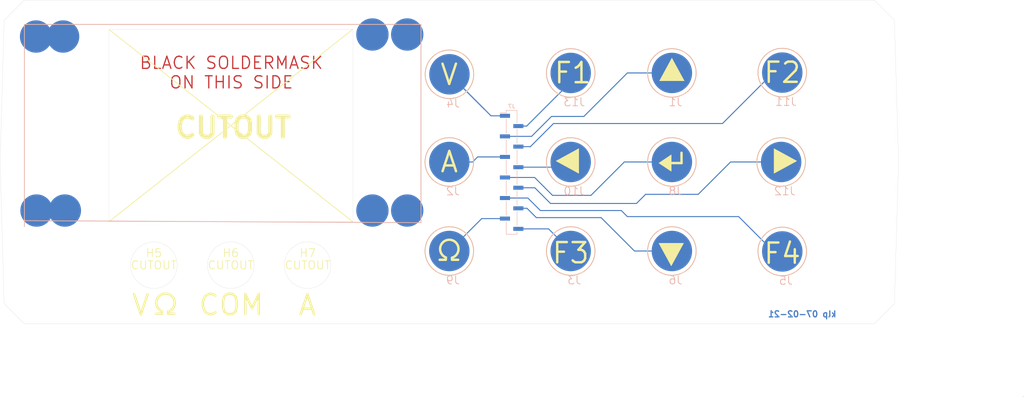
<source format=kicad_pcb>
(kicad_pcb (version 20171130) (host pcbnew 5.1.7-a382d34a8~87~ubuntu18.04.1)

  (general
    (thickness 1.6)
    (drawings 56)
    (tracks 53)
    (zones 0)
    (modules 17)
    (nets 13)
  )

  (page A4)
  (layers
    (0 F.Cu signal)
    (31 B.Cu signal)
    (32 B.Adhes user hide)
    (33 F.Adhes user hide)
    (34 B.Paste user hide)
    (35 F.Paste user hide)
    (36 B.SilkS user)
    (37 F.SilkS user)
    (38 B.Mask user hide)
    (39 F.Mask user hide)
    (40 Dwgs.User user hide)
    (41 Cmts.User user hide)
    (42 Eco1.User user hide)
    (43 Eco2.User user hide)
    (44 Edge.Cuts user)
    (45 Margin user hide)
    (46 B.CrtYd user hide)
    (47 F.CrtYd user hide)
    (48 B.Fab user hide)
    (49 F.Fab user hide)
  )

  (setup
    (last_trace_width 0.25)
    (trace_clearance 0.2)
    (zone_clearance 0.508)
    (zone_45_only no)
    (trace_min 0.2)
    (via_size 0.8)
    (via_drill 0.4)
    (via_min_size 0.4)
    (via_min_drill 0.3)
    (uvia_size 0.3)
    (uvia_drill 0.1)
    (uvias_allowed no)
    (uvia_min_size 0.2)
    (uvia_min_drill 0.1)
    (edge_width 0.05)
    (segment_width 0.2)
    (pcb_text_width 0.3)
    (pcb_text_size 1.5 1.5)
    (mod_edge_width 0.12)
    (mod_text_size 1 1)
    (mod_text_width 0.15)
    (pad_size 10 10)
    (pad_drill 0)
    (pad_to_mask_clearance 0)
    (aux_axis_origin -3 34)
    (grid_origin 33 47)
    (visible_elements FEFDFF7F)
    (pcbplotparams
      (layerselection 0x010fc_ffffffff)
      (usegerberextensions false)
      (usegerberattributes false)
      (usegerberadvancedattributes false)
      (creategerberjobfile false)
      (excludeedgelayer true)
      (linewidth 0.100000)
      (plotframeref false)
      (viasonmask false)
      (mode 1)
      (useauxorigin false)
      (hpglpennumber 1)
      (hpglpenspeed 20)
      (hpglpendiameter 15.000000)
      (psnegative false)
      (psa4output false)
      (plotreference true)
      (plotvalue true)
      (plotinvisibletext false)
      (padsonsilk false)
      (subtractmaskfromsilk false)
      (outputformat 1)
      (mirror false)
      (drillshape 0)
      (scaleselection 1)
      (outputdirectory "../gerbers/"))
  )

  (net 0 "")
  (net 1 "Net-(J1-Pad1)")
  (net 2 "Net-(J2-Pad1)")
  (net 3 "Net-(J3-Pad1)")
  (net 4 "Net-(J4-Pad1)")
  (net 5 "Net-(J5-Pad1)")
  (net 6 "Net-(J6-Pad1)")
  (net 7 "Net-(J10-Pad1)")
  (net 8 "Net-(J12-Pad1)")
  (net 9 "Net-(J13-Pad1)")
  (net 10 "Net-(J11-Pad1)")
  (net 11 "Net-(J7-Pad7)")
  (net 12 "Net-(J7-Pad11)")

  (net_class Default "This is the default net class."
    (clearance 0.2)
    (trace_width 0.25)
    (via_dia 0.8)
    (via_drill 0.4)
    (uvia_dia 0.3)
    (uvia_drill 0.1)
    (add_net "Net-(J1-Pad1)")
    (add_net "Net-(J10-Pad1)")
    (add_net "Net-(J11-Pad1)")
    (add_net "Net-(J12-Pad1)")
    (add_net "Net-(J13-Pad1)")
    (add_net "Net-(J2-Pad1)")
    (add_net "Net-(J3-Pad1)")
    (add_net "Net-(J4-Pad1)")
    (add_net "Net-(J5-Pad1)")
    (add_net "Net-(J6-Pad1)")
    (add_net "Net-(J7-Pad11)")
    (add_net "Net-(J7-Pad7)")
  )

  (module klp:2.8_tft_front (layer F.Cu) (tedit 601F9C12) (tstamp 5F6F5BD5)
    (at -54 -9 270)
    (path /5F6F67BF)
    (fp_text reference lcd1 (at -25.00508 -37.14424 90) (layer F.SilkS) hide
      (effects (font (size 1 1) (thickness 0.15)))
    )
    (fp_text value lcdfront (at -22.57508 -6.58424) (layer F.Fab)
      (effects (font (size 2 2) (thickness 0.15)))
    )
    (fp_text user CUTOUT (at 0.5 -0.6 180) (layer F.SilkS)
      (effects (font (size 5 5) (thickness 1)))
    )
    (fp_line (start 23.7 -30.05) (end -23.7 30.05) (layer F.SilkS) (width 0.2))
    (fp_line (start 23.7 30.05) (end -23.7 -30.05) (layer F.SilkS) (width 0.2))
    (fp_line (start -23.7 30.05) (end 23.7 30.05) (layer Eco2.User) (width 0.2))
    (fp_line (start -23.7 -30.05) (end 23.7 -30.05) (layer Eco2.User) (width 0.2))
    (fp_line (start -23.7 -30.05) (end -23.7 30.05) (layer Eco2.User) (width 0.2))
    (fp_line (start 23.7 -30.05) (end 23.7 29.95) (layer Eco2.User) (width 0.2))
    (fp_line (start -25 -45) (end -25 -46) (layer B.SilkS) (width 0.2))
    (fp_line (start -25 -47) (end 24 -47) (layer B.SilkS) (width 0.2))
    (fp_line (start 24 -47) (end 23.5 51) (layer B.SilkS) (width 0.2))
    (fp_line (start 25 51) (end -25 51) (layer B.SilkS) (width 0.2))
    (fp_line (start -25 51) (end -25 -47) (layer B.SilkS) (width 0.2))
    (pad "" smd circle (at 21 48 270) (size 8 8) (layers B.Cu F.Paste F.Mask))
    (pad "" smd circle (at -22 48.11 270) (size 8 8) (layers B.Cu F.Paste F.Mask))
    (pad "" smd circle (at 21 -43.6 270) (size 8 8) (layers B.Cu F.Paste F.Mask))
    (pad "" smd circle (at -22.5 -43.6 270) (size 8 8) (layers B.Cu F.Paste F.Mask))
    (pad "" smd circle (at -22 41.43 270) (size 8 8) (layers B.Cu F.Paste F.Mask))
    (pad "" smd circle (at 21 41 270) (size 8 8) (layers B.Cu F.Paste F.Mask))
    (pad "" smd circle (at -22.5 -35 270) (size 8 8) (layers B.Cu F.Paste F.Mask))
    (pad "" smd circle (at 21 -35 270) (size 8 8) (layers B.Cu F.Paste F.Mask))
  )

  (module touchkeys:touchpad10 locked (layer B.Cu) (tedit 5F6F1FA3) (tstamp 5F6F874C)
    (at 55 -22)
    (path /5EDB2458)
    (fp_text reference J1 (at 0.9 7.2) (layer B.SilkS)
      (effects (font (size 2 2) (thickness 0.2)) (justify mirror))
    )
    (fp_text value Conn_01x01 (at 0 1) (layer B.Fab)
      (effects (font (size 1 1) (thickness 0.15)) (justify mirror))
    )
    (fp_circle (center 0 0) (end 0 6) (layer F.SilkS) (width 0.2))
    (fp_circle (center 0 0) (end 0 6) (layer B.SilkS) (width 0.2))
    (pad 1 smd circle (at 0 0) (size 10 10) (layers B.Cu B.Paste B.Mask)
      (net 1 "Net-(J1-Pad1)"))
  )

  (module touchkeys:touchpad10 (layer B.Cu) (tedit 5F6F1FA3) (tstamp 5F6F7C40)
    (at 55 0)
    (path /5E0C7186)
    (fp_text reference J8 (at 0.9 7.2) (layer B.SilkS)
      (effects (font (size 2 2) (thickness 0.2)) (justify mirror))
    )
    (fp_text value Conn_01x01 (at 0 1) (layer B.Fab)
      (effects (font (size 1 1) (thickness 0.15)) (justify mirror))
    )
    (fp_circle (center 0 0) (end 0 6) (layer F.SilkS) (width 0.2))
    (fp_circle (center 0 0) (end 0 6) (layer B.SilkS) (width 0.2))
    (pad 1 smd circle (at 0 0) (size 10 10) (layers B.Cu B.Paste B.Mask)
      (net 11 "Net-(J7-Pad7)"))
  )

  (module touchkeys:touchpad10 (layer B.Cu) (tedit 5F6F1FA3) (tstamp 5E08BB44)
    (at 82.276 22.108)
    (path /5E0C6BAF)
    (fp_text reference J5 (at 0.9 7.2) (layer B.SilkS)
      (effects (font (size 2 2) (thickness 0.2)) (justify mirror))
    )
    (fp_text value Conn_01x01 (at 0 1) (layer B.Fab)
      (effects (font (size 1 1) (thickness 0.15)) (justify mirror))
    )
    (fp_circle (center 0 0) (end 0 6) (layer F.SilkS) (width 0.2))
    (fp_circle (center 0 0) (end 0 6) (layer B.SilkS) (width 0.2))
    (pad 1 smd circle (at 0 0) (size 10 10) (layers B.Cu B.Paste B.Mask)
      (net 5 "Net-(J5-Pad1)"))
  )

  (module touchkeys:touchpad10 (layer B.Cu) (tedit 5F6F1FA3) (tstamp 5E08BBBE)
    (at 0 22)
    (path /5E0C7530)
    (fp_text reference J9 (at 0.9 7.2) (layer B.SilkS)
      (effects (font (size 2 2) (thickness 0.2)) (justify mirror))
    )
    (fp_text value Conn_01x01 (at 0 1) (layer B.Fab)
      (effects (font (size 1 1) (thickness 0.15)) (justify mirror))
    )
    (fp_circle (center 0 0) (end 0 6) (layer F.SilkS) (width 0.2))
    (fp_circle (center 0 0) (end 0 6) (layer B.SilkS) (width 0.2))
    (pad 1 smd circle (at 0 0) (size 10 10) (layers B.Cu B.Paste B.Mask)
      (net 12 "Net-(J7-Pad11)"))
  )

  (module touchkeys:touchpad10 (layer B.Cu) (tedit 5F6F1FA3) (tstamp 5E08BB23)
    (at 0 0)
    (path /5E033081)
    (fp_text reference J2 (at 0.9 7.2) (layer B.SilkS)
      (effects (font (size 2 2) (thickness 0.2)) (justify mirror))
    )
    (fp_text value Conn_01x01 (at 0 1) (layer B.Fab)
      (effects (font (size 1 1) (thickness 0.15)) (justify mirror))
    )
    (fp_circle (center 0 0) (end 0 6) (layer F.SilkS) (width 0.2))
    (fp_circle (center 0 0) (end 0 6) (layer B.SilkS) (width 0.2))
    (pad 1 smd circle (at 0 0) (size 10 10) (layers B.Cu B.Paste B.Mask)
      (net 2 "Net-(J2-Pad1)"))
  )

  (module touchkeys:touchpad10 (layer B.Cu) (tedit 5F6F1FA3) (tstamp 5E08BBC4)
    (at 30 0)
    (path /5E0C7788)
    (fp_text reference J10 (at 0.9 7.2) (layer B.SilkS)
      (effects (font (size 2 2) (thickness 0.2)) (justify mirror))
    )
    (fp_text value Conn_01x01 (at 0 1) (layer B.Fab)
      (effects (font (size 1 1) (thickness 0.15)) (justify mirror))
    )
    (fp_circle (center 0 0) (end 0 6) (layer F.SilkS) (width 0.2))
    (fp_circle (center 0 0) (end 0 6) (layer B.SilkS) (width 0.2))
    (pad 1 smd circle (at 0 0) (size 10 10) (layers B.Cu B.Paste B.Mask)
      (net 7 "Net-(J10-Pad1)"))
  )

  (module touchkeys:touchpad10 (layer B.Cu) (tedit 5F6F1FA3) (tstamp 5E08BBD0)
    (at 82 0)
    (path /5E0C7DAB)
    (fp_text reference J12 (at 0.9 7.2) (layer B.SilkS)
      (effects (font (size 2 2) (thickness 0.2)) (justify mirror))
    )
    (fp_text value Conn_01x01 (at 0 1) (layer B.Fab)
      (effects (font (size 1 1) (thickness 0.15)) (justify mirror))
    )
    (fp_circle (center 0 0) (end 0 6) (layer F.SilkS) (width 0.2))
    (fp_circle (center 0 0) (end 0 6) (layer B.SilkS) (width 0.2))
    (pad 1 smd circle (at 0 0) (size 10 10) (layers B.Cu B.Paste B.Mask)
      (net 8 "Net-(J12-Pad1)"))
  )

  (module touchkeys:touchpad10 (layer B.Cu) (tedit 5F6F1FA3) (tstamp 5E08BB55)
    (at 55 22)
    (path /5E0C6E22)
    (fp_text reference J6 (at 0.9 7.2) (layer B.SilkS)
      (effects (font (size 2 2) (thickness 0.2)) (justify mirror))
    )
    (fp_text value Conn_01x01 (at 0 1) (layer B.Fab)
      (effects (font (size 1 1) (thickness 0.15)) (justify mirror))
    )
    (fp_circle (center 0 0) (end 0 6) (layer F.SilkS) (width 0.2))
    (fp_circle (center 0 0) (end 0 6) (layer B.SilkS) (width 0.2))
    (pad 1 smd circle (at 0 0) (size 10 10) (layers B.Cu B.Paste B.Mask)
      (net 6 "Net-(J6-Pad1)"))
  )

  (module touchkeys:touchpad10 (layer B.Cu) (tedit 5F6F2CFB) (tstamp 5E08BB2E)
    (at 30 22)
    (path /5E0C65B0)
    (fp_text reference J3 (at 0.9 7.2) (layer B.SilkS)
      (effects (font (size 2 2) (thickness 0.2)) (justify mirror))
    )
    (fp_text value Conn_01x01 (at 0 1) (layer B.Fab)
      (effects (font (size 1 1) (thickness 0.15)) (justify mirror))
    )
    (fp_circle (center 0 0) (end 0 6) (layer F.SilkS) (width 0.2))
    (fp_circle (center 0 0) (end 0 6) (layer B.SilkS) (width 0.2))
    (pad 1 smd circle (at 0 0) (size 10 10) (layers B.Cu B.Paste B.Mask)
      (net 3 "Net-(J3-Pad1)"))
  )

  (module touchkeys:touchpad10 (layer B.Cu) (tedit 5F6F1FA3) (tstamp 5E08BBD6)
    (at 30 -22)
    (path /5E0C809A)
    (fp_text reference J13 (at 0.9 7.2) (layer B.SilkS)
      (effects (font (size 2 2) (thickness 0.2)) (justify mirror))
    )
    (fp_text value Conn_01x01 (at 0 1) (layer B.Fab)
      (effects (font (size 1 1) (thickness 0.15)) (justify mirror))
    )
    (fp_circle (center 0 0) (end 0 6) (layer F.SilkS) (width 0.2))
    (fp_circle (center 0 0) (end 0 6) (layer B.SilkS) (width 0.2))
    (pad 1 smd circle (at 0 0) (size 10 10) (layers B.Cu B.Paste B.Mask)
      (net 9 "Net-(J13-Pad1)"))
  )

  (module touchkeys:touchpad10 (layer B.Cu) (tedit 5F6F1FA3) (tstamp 5E08BBCA)
    (at 82.276 -22.088)
    (path /5E0C7A7F)
    (fp_text reference J11 (at 0.9 7.2) (layer B.SilkS)
      (effects (font (size 2 2) (thickness 0.2)) (justify mirror))
    )
    (fp_text value Conn_01x01 (at 0 1) (layer B.Fab)
      (effects (font (size 1 1) (thickness 0.15)) (justify mirror))
    )
    (fp_circle (center 0 0) (end 0 6) (layer F.SilkS) (width 0.2))
    (fp_circle (center 0 0) (end 0 6) (layer B.SilkS) (width 0.2))
    (pad 1 smd circle (at 0 0) (size 10 10) (layers B.Cu B.Paste B.Mask)
      (net 10 "Net-(J11-Pad1)"))
  )

  (module touchkeys:touchpad10 (layer B.Cu) (tedit 5F6F1FA3) (tstamp 5E08BB39)
    (at 0.035264 -21.667)
    (path /5E0C68D6)
    (fp_text reference J4 (at 0.9 7.2) (layer B.SilkS)
      (effects (font (size 2 2) (thickness 0.2)) (justify mirror))
    )
    (fp_text value Conn_01x01 (at 0 1) (layer B.Fab)
      (effects (font (size 1 1) (thickness 0.15)) (justify mirror))
    )
    (fp_circle (center 0 0) (end 0 6) (layer F.SilkS) (width 0.2))
    (fp_circle (center 0 0) (end 0 6) (layer B.SilkS) (width 0.2))
    (pad 1 smd circle (at 0 0) (size 10 10) (layers B.Cu B.Paste B.Mask)
      (net 4 "Net-(J4-Pad1)"))
  )

  (module Connector_PinHeader_2.54mm:PinHeader_1x12_P2.54mm_Vertical_SMD_Pin1Right (layer B.Cu) (tedit 59FED5CC) (tstamp 5E08EE19)
    (at 15.405 2.56 180)
    (descr "surface-mounted straight pin header, 1x12, 2.54mm pitch, single row, style 2 (pin 1 right)")
    (tags "Surface mounted pin header SMD 1x12 2.54mm single row style2 pin1 right")
    (path /5E11E2D6)
    (attr smd)
    (fp_text reference J7 (at 0 16.3) (layer B.SilkS)
      (effects (font (size 1 1) (thickness 0.15)) (justify mirror))
    )
    (fp_text value Conn_01x12 (at 0 -16.3) (layer B.Fab)
      (effects (font (size 1 1) (thickness 0.15)) (justify mirror))
    )
    (fp_line (start 3.45 15.75) (end -3.45 15.75) (layer B.CrtYd) (width 0.05))
    (fp_line (start 3.45 -15.75) (end 3.45 15.75) (layer B.CrtYd) (width 0.05))
    (fp_line (start -3.45 -15.75) (end 3.45 -15.75) (layer B.CrtYd) (width 0.05))
    (fp_line (start -3.45 15.75) (end -3.45 -15.75) (layer B.CrtYd) (width 0.05))
    (fp_line (start -1.33 -9.65) (end -1.33 -13.21) (layer B.SilkS) (width 0.12))
    (fp_line (start -1.33 -4.57) (end -1.33 -8.13) (layer B.SilkS) (width 0.12))
    (fp_line (start -1.33 0.51) (end -1.33 -3.05) (layer B.SilkS) (width 0.12))
    (fp_line (start -1.33 5.59) (end -1.33 2.03) (layer B.SilkS) (width 0.12))
    (fp_line (start -1.33 10.67) (end -1.33 7.11) (layer B.SilkS) (width 0.12))
    (fp_line (start -1.33 -14.73) (end -1.33 -15.3) (layer B.SilkS) (width 0.12))
    (fp_line (start 1.33 15.3) (end 1.33 14.73) (layer B.SilkS) (width 0.12))
    (fp_line (start 1.33 14.73) (end 2.85 14.73) (layer B.SilkS) (width 0.12))
    (fp_line (start -1.33 15.3) (end -1.33 12.19) (layer B.SilkS) (width 0.12))
    (fp_line (start 1.33 -12.19) (end 1.33 -15.3) (layer B.SilkS) (width 0.12))
    (fp_line (start 1.33 -7.11) (end 1.33 -10.67) (layer B.SilkS) (width 0.12))
    (fp_line (start 1.33 -2.03) (end 1.33 -5.59) (layer B.SilkS) (width 0.12))
    (fp_line (start 1.33 3.05) (end 1.33 -0.51) (layer B.SilkS) (width 0.12))
    (fp_line (start 1.33 8.13) (end 1.33 4.57) (layer B.SilkS) (width 0.12))
    (fp_line (start 1.33 13.21) (end 1.33 9.65) (layer B.SilkS) (width 0.12))
    (fp_line (start -1.33 -15.3) (end 1.33 -15.3) (layer B.SilkS) (width 0.12))
    (fp_line (start -1.33 15.3) (end 1.33 15.3) (layer B.SilkS) (width 0.12))
    (fp_line (start 2.54 -11.75) (end 1.27 -11.75) (layer B.Fab) (width 0.1))
    (fp_line (start 2.54 -11.11) (end 2.54 -11.75) (layer B.Fab) (width 0.1))
    (fp_line (start 1.27 -11.11) (end 2.54 -11.11) (layer B.Fab) (width 0.1))
    (fp_line (start 2.54 -6.67) (end 1.27 -6.67) (layer B.Fab) (width 0.1))
    (fp_line (start 2.54 -6.03) (end 2.54 -6.67) (layer B.Fab) (width 0.1))
    (fp_line (start 1.27 -6.03) (end 2.54 -6.03) (layer B.Fab) (width 0.1))
    (fp_line (start 2.54 -1.59) (end 1.27 -1.59) (layer B.Fab) (width 0.1))
    (fp_line (start 2.54 -0.95) (end 2.54 -1.59) (layer B.Fab) (width 0.1))
    (fp_line (start 1.27 -0.95) (end 2.54 -0.95) (layer B.Fab) (width 0.1))
    (fp_line (start 2.54 3.49) (end 1.27 3.49) (layer B.Fab) (width 0.1))
    (fp_line (start 2.54 4.13) (end 2.54 3.49) (layer B.Fab) (width 0.1))
    (fp_line (start 1.27 4.13) (end 2.54 4.13) (layer B.Fab) (width 0.1))
    (fp_line (start 2.54 8.57) (end 1.27 8.57) (layer B.Fab) (width 0.1))
    (fp_line (start 2.54 9.21) (end 2.54 8.57) (layer B.Fab) (width 0.1))
    (fp_line (start 1.27 9.21) (end 2.54 9.21) (layer B.Fab) (width 0.1))
    (fp_line (start 2.54 13.65) (end 1.27 13.65) (layer B.Fab) (width 0.1))
    (fp_line (start 2.54 14.29) (end 2.54 13.65) (layer B.Fab) (width 0.1))
    (fp_line (start 1.27 14.29) (end 2.54 14.29) (layer B.Fab) (width 0.1))
    (fp_line (start -2.54 -14.29) (end -1.27 -14.29) (layer B.Fab) (width 0.1))
    (fp_line (start -2.54 -13.65) (end -2.54 -14.29) (layer B.Fab) (width 0.1))
    (fp_line (start -1.27 -13.65) (end -2.54 -13.65) (layer B.Fab) (width 0.1))
    (fp_line (start -2.54 -9.21) (end -1.27 -9.21) (layer B.Fab) (width 0.1))
    (fp_line (start -2.54 -8.57) (end -2.54 -9.21) (layer B.Fab) (width 0.1))
    (fp_line (start -1.27 -8.57) (end -2.54 -8.57) (layer B.Fab) (width 0.1))
    (fp_line (start -2.54 -4.13) (end -1.27 -4.13) (layer B.Fab) (width 0.1))
    (fp_line (start -2.54 -3.49) (end -2.54 -4.13) (layer B.Fab) (width 0.1))
    (fp_line (start -1.27 -3.49) (end -2.54 -3.49) (layer B.Fab) (width 0.1))
    (fp_line (start -2.54 0.95) (end -1.27 0.95) (layer B.Fab) (width 0.1))
    (fp_line (start -2.54 1.59) (end -2.54 0.95) (layer B.Fab) (width 0.1))
    (fp_line (start -1.27 1.59) (end -2.54 1.59) (layer B.Fab) (width 0.1))
    (fp_line (start -2.54 6.03) (end -1.27 6.03) (layer B.Fab) (width 0.1))
    (fp_line (start -2.54 6.67) (end -2.54 6.03) (layer B.Fab) (width 0.1))
    (fp_line (start -1.27 6.67) (end -2.54 6.67) (layer B.Fab) (width 0.1))
    (fp_line (start -2.54 11.11) (end -1.27 11.11) (layer B.Fab) (width 0.1))
    (fp_line (start -2.54 11.75) (end -2.54 11.11) (layer B.Fab) (width 0.1))
    (fp_line (start -1.27 11.75) (end -2.54 11.75) (layer B.Fab) (width 0.1))
    (fp_line (start -1.27 15.24) (end -1.27 -15.24) (layer B.Fab) (width 0.1))
    (fp_line (start 1.27 14.29) (end 0.32 15.24) (layer B.Fab) (width 0.1))
    (fp_line (start 1.27 -15.24) (end 1.27 14.29) (layer B.Fab) (width 0.1))
    (fp_line (start -1.27 15.24) (end 0.32 15.24) (layer B.Fab) (width 0.1))
    (fp_line (start 1.27 -15.24) (end -1.27 -15.24) (layer B.Fab) (width 0.1))
    (fp_text user %R (at 0 0 270) (layer B.Fab)
      (effects (font (size 1 1) (thickness 0.15)) (justify mirror))
    )
    (pad 11 smd rect (at 1.655 -11.43 180) (size 2.51 1) (layers B.Cu B.Paste B.Mask)
      (net 12 "Net-(J7-Pad11)"))
    (pad 9 smd rect (at 1.655 -6.35 180) (size 2.51 1) (layers B.Cu B.Paste B.Mask)
      (net 5 "Net-(J5-Pad1)"))
    (pad 7 smd rect (at 1.655 -1.27 180) (size 2.51 1) (layers B.Cu B.Paste B.Mask)
      (net 11 "Net-(J7-Pad7)"))
    (pad 5 smd rect (at 1.655 3.81 180) (size 2.51 1) (layers B.Cu B.Paste B.Mask)
      (net 2 "Net-(J2-Pad1)"))
    (pad 3 smd rect (at 1.655 8.89 180) (size 2.51 1) (layers B.Cu B.Paste B.Mask)
      (net 1 "Net-(J1-Pad1)"))
    (pad 1 smd rect (at 1.655 13.97 180) (size 2.51 1) (layers B.Cu B.Paste B.Mask)
      (net 4 "Net-(J4-Pad1)"))
    (pad 12 smd rect (at -1.655 -13.97 180) (size 2.51 1) (layers B.Cu B.Paste B.Mask)
      (net 3 "Net-(J3-Pad1)"))
    (pad 10 smd rect (at -1.655 -8.89 180) (size 2.51 1) (layers B.Cu B.Paste B.Mask)
      (net 6 "Net-(J6-Pad1)"))
    (pad 8 smd rect (at -1.655 -3.81 180) (size 2.51 1) (layers B.Cu B.Paste B.Mask)
      (net 8 "Net-(J12-Pad1)"))
    (pad 6 smd rect (at -1.655 1.27 180) (size 2.51 1) (layers B.Cu B.Paste B.Mask)
      (net 7 "Net-(J10-Pad1)"))
    (pad 4 smd rect (at -1.655 6.35 180) (size 2.51 1) (layers B.Cu B.Paste B.Mask)
      (net 10 "Net-(J11-Pad1)"))
    (pad 2 smd rect (at -1.655 11.43 180) (size 2.51 1) (layers B.Cu B.Paste B.Mask)
      (net 9 "Net-(J13-Pad1)"))
    (model ${KISYS3DMOD}/Connector_PinHeader_2.54mm.3dshapes/PinHeader_1x12_P2.54mm_Vertical_SMD_Pin1Right.wrl
      (at (xyz 0 0 0))
      (scale (xyz 1 1 1))
      (rotate (xyz 0 0 0))
    )
  )

  (module klp:hole11.5 locked (layer F.Cu) (tedit 5F6F00AD) (tstamp 5F6F5AC0)
    (at -35 25.5)
    (path /5F6F7575)
    (fp_text reference H7 (at 0 -3) (layer F.SilkS)
      (effects (font (size 2 2) (thickness 0.2)))
    )
    (fp_text value "Jack hole" (at 0 -1) (layer F.Fab)
      (effects (font (size 1 1) (thickness 0.15)))
    )
    (fp_circle (center 0 0) (end 5.830952 0) (layer Eco2.User) (width 0.2))
    (fp_text user CUTOUT (at 0 0) (layer F.SilkS)
      (effects (font (size 2 2) (thickness 0.2)))
    )
  )

  (module klp:hole11.5 locked (layer F.Cu) (tedit 5F6F00AD) (tstamp 5F6F5ABA)
    (at -54 25.5)
    (path /5F6F74CC)
    (fp_text reference H6 (at 0 -3) (layer F.SilkS)
      (effects (font (size 2 2) (thickness 0.2)))
    )
    (fp_text value "Jack hole" (at 0 -1) (layer F.Fab)
      (effects (font (size 1 1) (thickness 0.15)))
    )
    (fp_circle (center 0 0) (end 5.830952 0) (layer Eco2.User) (width 0.2))
    (fp_text user CUTOUT (at 0 0) (layer F.SilkS)
      (effects (font (size 2 2) (thickness 0.2)))
    )
  )

  (module klp:hole11.5 locked (layer F.Cu) (tedit 5F6F00AD) (tstamp 5F6F5AB4)
    (at -73 25.5)
    (path /5F6F6BD3)
    (fp_text reference H5 (at 0 -3) (layer F.SilkS)
      (effects (font (size 2 2) (thickness 0.2)))
    )
    (fp_text value "Jack hole" (at 0 -1) (layer F.Fab)
      (effects (font (size 1 1) (thickness 0.15)))
    )
    (fp_circle (center 0 0) (end 5.830952 0) (layer Eco2.User) (width 0.2))
    (fp_text user CUTOUT (at 0 0) (layer F.SilkS)
      (effects (font (size 2 2) (thickness 0.2)))
    )
  )

  (gr_text "BLACK SOLDERMASK\nON THIS SIDE" (at -53.868 -22.088) (layer F.Cu)
    (effects (font (size 3 3) (thickness 0.3)))
  )
  (gr_text COM (at -53.868 35.316) (layer F.SilkS) (tstamp 601C43ED)
    (effects (font (size 5 5) (thickness 0.6)))
  )
  (gr_text A (at -35.072 35.4) (layer F.SilkS) (tstamp 601C43ED)
    (effects (font (size 5 5) (thickness 0.6)))
  )
  (gr_text V (at -76.22 35.4) (layer F.SilkS) (tstamp 601C43E1)
    (effects (font (size 5 5) (thickness 0.6)))
  )
  (gr_line (start 57.384 0.264) (end 57.384 -2.276) (layer F.SilkS) (width 0.6))
  (gr_line (start 54.844 0.264) (end 57.384 0.264) (layer F.SilkS) (width 0.6))
  (gr_line (start 75.164 12.964) (end 75.672 13.472) (layer Dwgs.User) (width 0.15))
  (gr_line (start 76.688 12.964) (end 78.212 12.964) (layer Dwgs.User) (width 0.15))
  (gr_line (start 71.608 12.964) (end 76.688 12.964) (layer Dwgs.User) (width 0.15))
  (gr_line (start 76.688 12.964) (end 71.608 12.964) (layer Dwgs.User) (width 0.15))
  (gr_line (start 74.148 12.964) (end 76.688 12.964) (layer Dwgs.User) (width 0.15))
  (gr_poly (pts (xy 54.844 2.296) (xy 51.796 0.264) (xy 54.844 -1.768)) (layer F.SilkS) (width 0.1))
  (gr_poly (pts (xy 26.396 -0.244) (xy 31.984 -3.292) (xy 31.984 2.804)) (layer F.SilkS) (width 0.1) (tstamp 601C4312))
  (gr_poly (pts (xy 55 -25.644) (xy 58.048 -20.056) (xy 51.952 -20.056)) (layer F.SilkS) (width 0.1) (tstamp 601C4312))
  (gr_poly (pts (xy 85.832 -0.244) (xy 80.244 2.804) (xy 80.244 -3.292)) (layer F.SilkS) (width 0.1) (tstamp 601C4312))
  (gr_poly (pts (xy 54.844 25.664) (xy 51.796 20.076) (xy 57.892 20.076)) (layer F.SilkS) (width 0.1) (tstamp 601C4312))
  (gr_text F4 (at 82.276 22.616) (layer F.SilkS) (tstamp 601C42DF)
    (effects (font (size 5 5) (thickness 0.6)))
  )
  (gr_text F3 (at 30 22.508) (layer F.SilkS) (tstamp 601C42DF)
    (effects (font (size 5 5) (thickness 0.6)))
  )
  (gr_text F2 (at 82.276 -22.088) (layer F.SilkS) (tstamp 601C42DF)
    (effects (font (size 5 5) (thickness 0.6)))
  )
  (gr_text F1 (at 30.508 -22) (layer F.SilkS) (tstamp 601C42DF)
    (effects (font (size 5 5) (thickness 0.6)))
  )
  (gr_text A (at 0 0) (layer F.SilkS) (tstamp 601C42DF)
    (effects (font (size 5 5) (thickness 0.6)))
  )
  (gr_text V (at -0.02 -21.58) (layer F.SilkS)
    (effects (font (size 5 5) (thickness 0.6)))
  )
  (gr_line (start -71.091999 37.488) (end -72.508 37.488) (layer F.SilkS) (width 0.6) (tstamp 601C42D1))
  (gr_line (start -69.352001 37.488) (end -67.936 37.488) (layer F.SilkS) (width 0.6) (tstamp 601C42D0))
  (gr_line (start -69.46 36.98) (end -69.46 37.488) (layer F.SilkS) (width 0.6) (tstamp 601C42CF))
  (gr_line (start -70.984 36.98) (end -70.984 37.488) (layer F.SilkS) (width 0.6) (tstamp 601C42CE))
  (gr_arc (start -70.124 34.808) (end -69.46 36.98) (angle -321.6899449) (layer F.SilkS) (width 0.6) (tstamp 601C42CD))
  (gr_line (start -0.967999 24.172) (end -2.384 24.172) (layer F.SilkS) (width 0.6) (tstamp 601C42D1))
  (gr_line (start 0.771999 24.172) (end 2.188 24.172) (layer F.SilkS) (width 0.6) (tstamp 601C42D0))
  (gr_line (start 0.664 23.664) (end 0.664 24.172) (layer F.SilkS) (width 0.6) (tstamp 601C42CF))
  (gr_line (start -0.86 23.664) (end -0.86 24.172) (layer F.SilkS) (width 0.6) (tstamp 601C42CE))
  (gr_arc (start 0 21.492) (end 0.664 23.664) (angle -321.6899449) (layer F.SilkS) (width 0.6) (tstamp 601C42CD))
  (gr_text "klp 07-02-21" (at 87.2 37.6) (layer B.Cu)
    (effects (font (size 1.5 1.5) (thickness 0.3)) (justify mirror))
  )
  (gr_circle (center -35 25.5) (end -29.25 25.5) (layer Edge.Cuts) (width 0.05) (tstamp 5F6F3379))
  (gr_circle (center -73 25.5) (end -67.25 25.5) (layer Edge.Cuts) (width 0.05) (tstamp 5F6F3379))
  (gr_circle (center -54 25.5) (end -48.25 25.5) (layer Edge.Cuts) (width 0.05))
  (gr_line (start -84.1 14.75) (end -84.1 -32.75) (layer Edge.Cuts) (width 0.05) (tstamp 5F6F32FB))
  (gr_line (start -23.8 14.75) (end -84.1 14.75) (layer Edge.Cuts) (width 0.05))
  (gr_line (start -23.8 -32.8) (end -23.8 14.75) (layer Edge.Cuts) (width 0.05))
  (gr_line (start -84 -32.75) (end -23.8 -32.75) (layer Edge.Cuts) (width 0.05))
  (gr_line (start -105 40) (end 105 40) (layer Edge.Cuts) (width 0.05) (tstamp 5F6F6153))
  (gr_line (start -110 35) (end -105 40) (layer Edge.Cuts) (width 0.05))
  (gr_line (start -111 0) (end -110 35) (layer Edge.Cuts) (width 0.05))
  (gr_line (start -110 -35) (end -111 0) (layer Edge.Cuts) (width 0.05))
  (gr_line (start -105 -40) (end -110 -35) (layer Edge.Cuts) (width 0.05))
  (gr_line (start 111 0) (end 110 35) (layer Edge.Cuts) (width 0.05) (tstamp 5F6F6152))
  (gr_line (start 110 -35) (end 111 0) (layer Edge.Cuts) (width 0.05))
  (gr_line (start 110 35) (end 105 40) (layer Edge.Cuts) (width 0.05))
  (gr_line (start 105 -40) (end 110 -35) (layer Edge.Cuts) (width 0.05))
  (gr_line (start -105 -40) (end 105 -40) (layer Edge.Cuts) (width 0.05))
  (gr_line (start 141.954 58.055) (end 141.7 58.055) (layer B.SilkS) (width 0.12))
  (gr_line (start 242 52) (end 242 115) (layer Eco1.User) (width 0.15))
  (gr_line (start 49.75 100.475) (end 135.75 100.475) (layer Eco1.User) (width 0.15))
  (gr_line (start 53 54) (end 53 105) (layer Eco1.User) (width 0.15))
  (gr_line (start 134 57) (end 48 57) (layer Eco1.User) (width 0.15))
  (gr_line (start 127 54) (end 127 107) (layer Eco1.User) (width 0.15))

  (segment (start 21.89 -7.89) (end 22.125 -8.125) (width 0.25) (layer B.Cu) (net 1))
  (segment (start 20.33 -6.33) (end 13.75 -6.33) (width 0.25) (layer B.Cu) (net 1))
  (segment (start 22.125 -8.125) (end 20.33 -6.33) (width 0.25) (layer B.Cu) (net 1))
  (segment (start 44 -22) (end 55 -22) (width 0.25) (layer B.Cu) (net 1))
  (segment (start 22.125 -8.125) (end 25.25 -11.25) (width 0.25) (layer B.Cu) (net 1))
  (segment (start 33.25 -11.25) (end 44 -22) (width 0.25) (layer B.Cu) (net 1))
  (segment (start 25.25 -11.25) (end 33.25 -11.25) (width 0.25) (layer B.Cu) (net 1))
  (segment (start 2.81 -2.81) (end 0 0) (width 0.25) (layer B.Cu) (net 2))
  (segment (start 13.75 -1.25) (end 7 -1.25) (width 0.25) (layer B.Cu) (net 2))
  (segment (start 5.75 0) (end 0 0) (width 0.25) (layer B.Cu) (net 2))
  (segment (start 7 -1.25) (end 5.75 0) (width 0.25) (layer B.Cu) (net 2))
  (segment (start 24.53 16.53) (end 30 22) (width 0.25) (layer B.Cu) (net 3))
  (segment (start 17.06 16.53) (end 24.53 16.53) (width 0.25) (layer B.Cu) (net 3))
  (segment (start 0.035264 -21.667) (end 8.702264 -13) (width 0.25) (layer B.Cu) (net 4))
  (segment (start 10.292264 -11.41) (end 0.035264 -21.667) (width 0.25) (layer B.Cu) (net 4))
  (segment (start 13.75 -11.41) (end 10.292264 -11.41) (width 0.25) (layer B.Cu) (net 4))
  (segment (start 13.75 8.91) (end 19.41 8.91) (width 0.25) (layer B.Cu) (net 5))
  (segment (start 19.41 8.91) (end 22.5 12) (width 0.25) (layer B.Cu) (net 5))
  (segment (start 22.5 12) (end 42.5 12) (width 0.25) (layer B.Cu) (net 5))
  (segment (start 42.5 12) (end 44 13.5) (width 0.25) (layer B.Cu) (net 5))
  (segment (start 71.5 13.5) (end 80 22) (width 0.25) (layer B.Cu) (net 5))
  (segment (start 44 13.5) (end 71.5 13.5) (width 0.25) (layer B.Cu) (net 5))
  (segment (start 37.5 13.75) (end 45.75 22) (width 0.25) (layer B.Cu) (net 6))
  (segment (start 21.5 13.75) (end 37.5 13.75) (width 0.25) (layer B.Cu) (net 6))
  (segment (start 17.06 11.45) (end 19.2 11.45) (width 0.25) (layer B.Cu) (net 6))
  (segment (start 45.75 22) (end 55 22) (width 0.25) (layer B.Cu) (net 6))
  (segment (start 19.2 11.45) (end 21.5 13.75) (width 0.25) (layer B.Cu) (net 6))
  (segment (start 29.73 -0.27) (end 30 0) (width 0.25) (layer B.Cu) (net 7))
  (segment (start 28.71 1.29) (end 30 0) (width 0.25) (layer B.Cu) (net 7))
  (segment (start 17.06 1.29) (end 28.71 1.29) (width 0.25) (layer B.Cu) (net 7))
  (segment (start 82 0) (end 69.5 0) (width 0.25) (layer B.Cu) (net 8))
  (segment (start 61.5 8) (end 48.5 8) (width 0.25) (layer B.Cu) (net 8))
  (segment (start 48.5 8) (end 46.25 10.25) (width 0.25) (layer B.Cu) (net 8))
  (segment (start 46.25 10.25) (end 25 10.25) (width 0.25) (layer B.Cu) (net 8))
  (segment (start 21.12 6.37) (end 17.06 6.37) (width 0.25) (layer B.Cu) (net 8))
  (segment (start 69.5 0) (end 61.5 8) (width 0.25) (layer B.Cu) (net 8))
  (segment (start 25 10.25) (end 21.12 6.37) (width 0.25) (layer B.Cu) (net 8))
  (segment (start 17.06 -8.87) (end 17.06 -9.06) (width 0.25) (layer B.Cu) (net 9))
  (segment (start 17.06 -8.87) (end 19.12 -8.87) (width 0.25) (layer B.Cu) (net 9))
  (segment (start 30 -19.75) (end 30 -22) (width 0.25) (layer B.Cu) (net 9))
  (segment (start 19.12 -8.87) (end 30 -19.75) (width 0.25) (layer B.Cu) (net 9))
  (segment (start 19.96 -3.79) (end 17.06 -3.79) (width 0.25) (layer B.Cu) (net 10))
  (segment (start 20 -3.75) (end 19.96 -3.79) (width 0.25) (layer B.Cu) (net 10))
  (segment (start 25.75 -9.5) (end 20 -3.75) (width 0.25) (layer B.Cu) (net 10))
  (segment (start 80 -22) (end 67.5 -9.5) (width 0.25) (layer B.Cu) (net 10))
  (segment (start 67.5 -9.5) (end 25.75 -9.5) (width 0.25) (layer B.Cu) (net 10))
  (segment (start 43.25 0) (end 55 0) (width 0.25) (layer B.Cu) (net 11))
  (segment (start 35 8.25) (end 43.25 0) (width 0.25) (layer B.Cu) (net 11))
  (segment (start 25.5 8.25) (end 35 8.25) (width 0.25) (layer B.Cu) (net 11))
  (segment (start 13.75 3.83) (end 21.08 3.83) (width 0.25) (layer B.Cu) (net 11))
  (segment (start 21.08 3.83) (end 25.5 8.25) (width 0.25) (layer B.Cu) (net 11))
  (segment (start 8.01 13.99) (end 0 22) (width 0.25) (layer B.Cu) (net 12))
  (segment (start 13.75 13.99) (end 8.01 13.99) (width 0.25) (layer B.Cu) (net 12))

)

</source>
